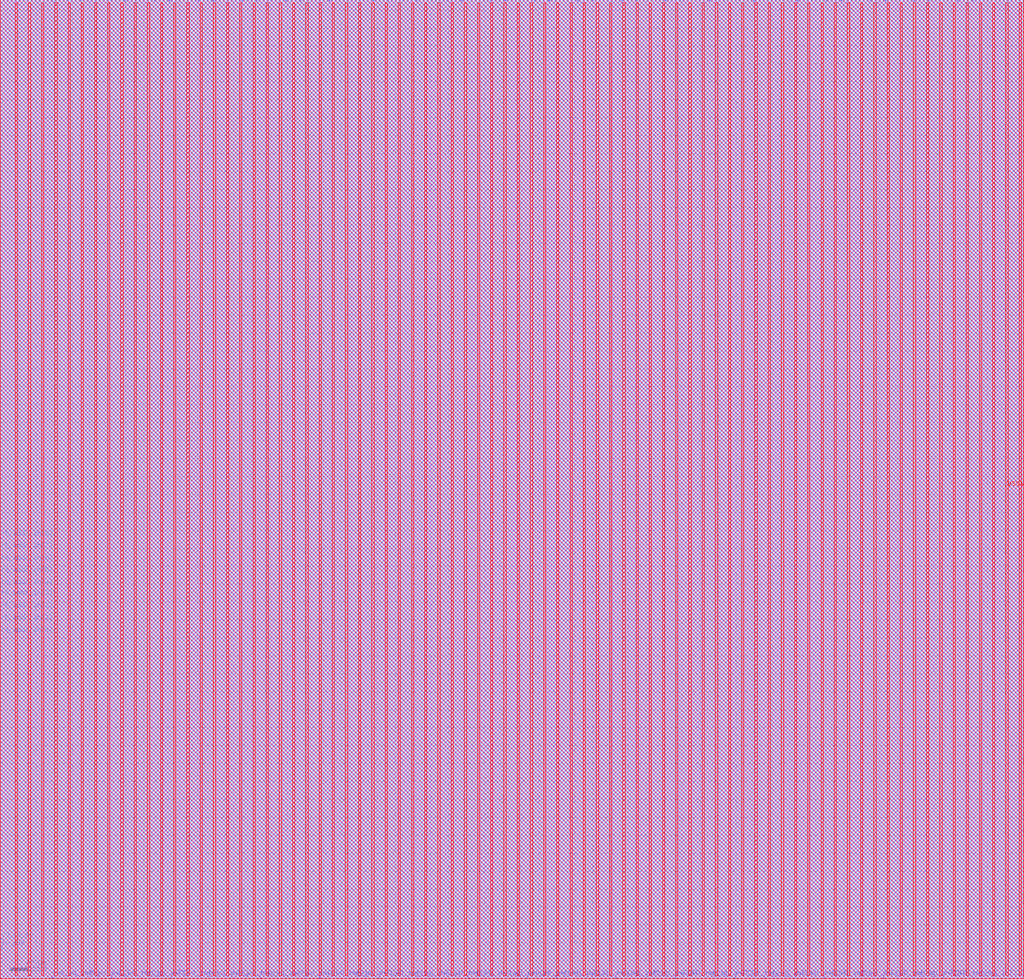
<source format=lef>
# Generated by OpenFakeRAM
VERSION 5.7 ;
BUSBITCHARS "[]" ;
PROPERTYDEFINITIONS
  MACRO width INTEGER ;
  MACRO depth INTEGER ;
  MACRO banks INTEGER ;
END PROPERTYDEFINITIONS
MACRO fakeram_1rw1r_32w384d_sram
  PROPERTY width 32 ;
  PROPERTY depth 384 ;
  PROPERTY banks 1 ;
  FOREIGN fakeram_1rw1r_32w384d_sram 0 0 ;
  SYMMETRY X Y R90 ;
  SIZE 570.400 BY 545.760 ;
  CLASS BLOCK ;
  PIN r0_clk
    DIRECTION INPUT ;
    USE SIGNAL ;
    SHAPE ABUTMENT ;
    PORT
      LAYER met3 ;
      RECT 0.000 16.850 0.800 17.150 ;
    END
  END r0_clk
  PIN r0_ce_in
    DIRECTION INPUT ;
    USE SIGNAL ;
    SHAPE ABUTMENT ;
    PORT
      LAYER met3 ;
      RECT 0.000 21.610 0.800 21.910 ;
    END
  END r0_ce_in
  PIN r0_addr_in[0]
    DIRECTION INPUT ;
    USE SIGNAL ;
    SHAPE ABUTMENT ;
    PORT
      LAYER met3 ;
      RECT 0.000 191.610 0.800 191.910 ;
    END
  END r0_addr_in[0]
  PIN r0_addr_in[1]
    DIRECTION INPUT ;
    USE SIGNAL ;
    SHAPE ABUTMENT ;
    PORT
      LAYER met3 ;
      RECT 0.000 198.410 0.800 198.710 ;
    END
  END r0_addr_in[1]
  PIN r0_addr_in[2]
    DIRECTION INPUT ;
    USE SIGNAL ;
    SHAPE ABUTMENT ;
    PORT
      LAYER met3 ;
      RECT 0.000 205.210 0.800 205.510 ;
    END
  END r0_addr_in[2]
  PIN r0_addr_in[3]
    DIRECTION INPUT ;
    USE SIGNAL ;
    SHAPE ABUTMENT ;
    PORT
      LAYER met3 ;
      RECT 0.000 212.010 0.800 212.310 ;
    END
  END r0_addr_in[3]
  PIN r0_addr_in[4]
    DIRECTION INPUT ;
    USE SIGNAL ;
    SHAPE ABUTMENT ;
    PORT
      LAYER met3 ;
      RECT 0.000 218.130 0.800 218.430 ;
    END
  END r0_addr_in[4]
  PIN r0_addr_in[5]
    DIRECTION INPUT ;
    USE SIGNAL ;
    SHAPE ABUTMENT ;
    PORT
      LAYER met3 ;
      RECT 0.000 224.930 0.800 225.230 ;
    END
  END r0_addr_in[5]
  PIN r0_addr_in[6]
    DIRECTION INPUT ;
    USE SIGNAL ;
    SHAPE ABUTMENT ;
    PORT
      LAYER met3 ;
      RECT 0.000 231.730 0.800 232.030 ;
    END
  END r0_addr_in[6]
  PIN r0_addr_in[7]
    DIRECTION INPUT ;
    USE SIGNAL ;
    SHAPE ABUTMENT ;
    PORT
      LAYER met3 ;
      RECT 0.000 238.530 0.800 238.830 ;
    END
  END r0_addr_in[7]
  PIN r0_addr_in[8]
    DIRECTION INPUT ;
    USE SIGNAL ;
    SHAPE ABUTMENT ;
    PORT
      LAYER met3 ;
      RECT 0.000 245.330 0.800 245.630 ;
    END
  END r0_addr_in[8]
  PIN rw0_rd_out[0]
    DIRECTION OUTPUT ;
    USE SIGNAL ;
    SHAPE ABUTMENT ;
    PORT
      LAYER met2 ;
      RECT 28.830 544.960 29.130 545.760 ;
    END
  END rw0_rd_out[0]
  PIN r0_rd_out[0]
    DIRECTION OUTPUT ;
    USE SIGNAL ;
    SHAPE ABUTMENT ;
    PORT
      LAYER met2 ;
      RECT 37.110 544.960 37.410 545.760 ;
    END
  END r0_rd_out[0]
  PIN rw0_rd_out[1]
    DIRECTION OUTPUT ;
    USE SIGNAL ;
    SHAPE ABUTMENT ;
    PORT
      LAYER met2 ;
      RECT 44.930 544.960 45.230 545.760 ;
    END
  END rw0_rd_out[1]
  PIN r0_rd_out[1]
    DIRECTION OUTPUT ;
    USE SIGNAL ;
    SHAPE ABUTMENT ;
    PORT
      LAYER met2 ;
      RECT 53.210 544.960 53.510 545.760 ;
    END
  END r0_rd_out[1]
  PIN rw0_rd_out[2]
    DIRECTION OUTPUT ;
    USE SIGNAL ;
    SHAPE ABUTMENT ;
    PORT
      LAYER met2 ;
      RECT 61.490 544.960 61.790 545.760 ;
    END
  END rw0_rd_out[2]
  PIN r0_rd_out[2]
    DIRECTION OUTPUT ;
    USE SIGNAL ;
    SHAPE ABUTMENT ;
    PORT
      LAYER met2 ;
      RECT 69.310 544.960 69.610 545.760 ;
    END
  END r0_rd_out[2]
  PIN rw0_rd_out[3]
    DIRECTION OUTPUT ;
    USE SIGNAL ;
    SHAPE ABUTMENT ;
    PORT
      LAYER met2 ;
      RECT 77.590 544.960 77.890 545.760 ;
    END
  END rw0_rd_out[3]
  PIN r0_rd_out[3]
    DIRECTION OUTPUT ;
    USE SIGNAL ;
    SHAPE ABUTMENT ;
    PORT
      LAYER met2 ;
      RECT 85.870 544.960 86.170 545.760 ;
    END
  END r0_rd_out[3]
  PIN rw0_rd_out[4]
    DIRECTION OUTPUT ;
    USE SIGNAL ;
    SHAPE ABUTMENT ;
    PORT
      LAYER met2 ;
      RECT 94.150 544.960 94.450 545.760 ;
    END
  END rw0_rd_out[4]
  PIN r0_rd_out[4]
    DIRECTION OUTPUT ;
    USE SIGNAL ;
    SHAPE ABUTMENT ;
    PORT
      LAYER met2 ;
      RECT 101.970 544.960 102.270 545.760 ;
    END
  END r0_rd_out[4]
  PIN rw0_rd_out[5]
    DIRECTION OUTPUT ;
    USE SIGNAL ;
    SHAPE ABUTMENT ;
    PORT
      LAYER met2 ;
      RECT 110.250 544.960 110.550 545.760 ;
    END
  END rw0_rd_out[5]
  PIN r0_rd_out[5]
    DIRECTION OUTPUT ;
    USE SIGNAL ;
    SHAPE ABUTMENT ;
    PORT
      LAYER met2 ;
      RECT 118.530 544.960 118.830 545.760 ;
    END
  END r0_rd_out[5]
  PIN rw0_rd_out[6]
    DIRECTION OUTPUT ;
    USE SIGNAL ;
    SHAPE ABUTMENT ;
    PORT
      LAYER met2 ;
      RECT 126.350 544.960 126.650 545.760 ;
    END
  END rw0_rd_out[6]
  PIN r0_rd_out[6]
    DIRECTION OUTPUT ;
    USE SIGNAL ;
    SHAPE ABUTMENT ;
    PORT
      LAYER met2 ;
      RECT 134.630 544.960 134.930 545.760 ;
    END
  END r0_rd_out[6]
  PIN rw0_rd_out[7]
    DIRECTION OUTPUT ;
    USE SIGNAL ;
    SHAPE ABUTMENT ;
    PORT
      LAYER met2 ;
      RECT 142.910 544.960 143.210 545.760 ;
    END
  END rw0_rd_out[7]
  PIN r0_rd_out[7]
    DIRECTION OUTPUT ;
    USE SIGNAL ;
    SHAPE ABUTMENT ;
    PORT
      LAYER met2 ;
      RECT 150.730 544.960 151.030 545.760 ;
    END
  END r0_rd_out[7]
  PIN rw0_rd_out[8]
    DIRECTION OUTPUT ;
    USE SIGNAL ;
    SHAPE ABUTMENT ;
    PORT
      LAYER met2 ;
      RECT 159.010 544.960 159.310 545.760 ;
    END
  END rw0_rd_out[8]
  PIN r0_rd_out[8]
    DIRECTION OUTPUT ;
    USE SIGNAL ;
    SHAPE ABUTMENT ;
    PORT
      LAYER met2 ;
      RECT 167.290 544.960 167.590 545.760 ;
    END
  END r0_rd_out[8]
  PIN rw0_rd_out[9]
    DIRECTION OUTPUT ;
    USE SIGNAL ;
    SHAPE ABUTMENT ;
    PORT
      LAYER met2 ;
      RECT 175.570 544.960 175.870 545.760 ;
    END
  END rw0_rd_out[9]
  PIN r0_rd_out[9]
    DIRECTION OUTPUT ;
    USE SIGNAL ;
    SHAPE ABUTMENT ;
    PORT
      LAYER met2 ;
      RECT 183.390 544.960 183.690 545.760 ;
    END
  END r0_rd_out[9]
  PIN rw0_rd_out[10]
    DIRECTION OUTPUT ;
    USE SIGNAL ;
    SHAPE ABUTMENT ;
    PORT
      LAYER met2 ;
      RECT 191.670 544.960 191.970 545.760 ;
    END
  END rw0_rd_out[10]
  PIN r0_rd_out[10]
    DIRECTION OUTPUT ;
    USE SIGNAL ;
    SHAPE ABUTMENT ;
    PORT
      LAYER met2 ;
      RECT 199.950 544.960 200.250 545.760 ;
    END
  END r0_rd_out[10]
  PIN rw0_rd_out[11]
    DIRECTION OUTPUT ;
    USE SIGNAL ;
    SHAPE ABUTMENT ;
    PORT
      LAYER met2 ;
      RECT 207.770 544.960 208.070 545.760 ;
    END
  END rw0_rd_out[11]
  PIN r0_rd_out[11]
    DIRECTION OUTPUT ;
    USE SIGNAL ;
    SHAPE ABUTMENT ;
    PORT
      LAYER met2 ;
      RECT 216.050 544.960 216.350 545.760 ;
    END
  END r0_rd_out[11]
  PIN rw0_rd_out[12]
    DIRECTION OUTPUT ;
    USE SIGNAL ;
    SHAPE ABUTMENT ;
    PORT
      LAYER met2 ;
      RECT 224.330 544.960 224.630 545.760 ;
    END
  END rw0_rd_out[12]
  PIN r0_rd_out[12]
    DIRECTION OUTPUT ;
    USE SIGNAL ;
    SHAPE ABUTMENT ;
    PORT
      LAYER met2 ;
      RECT 232.150 544.960 232.450 545.760 ;
    END
  END r0_rd_out[12]
  PIN rw0_rd_out[13]
    DIRECTION OUTPUT ;
    USE SIGNAL ;
    SHAPE ABUTMENT ;
    PORT
      LAYER met2 ;
      RECT 240.430 544.960 240.730 545.760 ;
    END
  END rw0_rd_out[13]
  PIN r0_rd_out[13]
    DIRECTION OUTPUT ;
    USE SIGNAL ;
    SHAPE ABUTMENT ;
    PORT
      LAYER met2 ;
      RECT 248.710 544.960 249.010 545.760 ;
    END
  END r0_rd_out[13]
  PIN rw0_rd_out[14]
    DIRECTION OUTPUT ;
    USE SIGNAL ;
    SHAPE ABUTMENT ;
    PORT
      LAYER met2 ;
      RECT 256.990 544.960 257.290 545.760 ;
    END
  END rw0_rd_out[14]
  PIN r0_rd_out[14]
    DIRECTION OUTPUT ;
    USE SIGNAL ;
    SHAPE ABUTMENT ;
    PORT
      LAYER met2 ;
      RECT 264.810 544.960 265.110 545.760 ;
    END
  END r0_rd_out[14]
  PIN rw0_rd_out[15]
    DIRECTION OUTPUT ;
    USE SIGNAL ;
    SHAPE ABUTMENT ;
    PORT
      LAYER met2 ;
      RECT 273.090 544.960 273.390 545.760 ;
    END
  END rw0_rd_out[15]
  PIN r0_rd_out[15]
    DIRECTION OUTPUT ;
    USE SIGNAL ;
    SHAPE ABUTMENT ;
    PORT
      LAYER met2 ;
      RECT 281.370 544.960 281.670 545.760 ;
    END
  END r0_rd_out[15]
  PIN rw0_rd_out[16]
    DIRECTION OUTPUT ;
    USE SIGNAL ;
    SHAPE ABUTMENT ;
    PORT
      LAYER met2 ;
      RECT 289.190 544.960 289.490 545.760 ;
    END
  END rw0_rd_out[16]
  PIN r0_rd_out[16]
    DIRECTION OUTPUT ;
    USE SIGNAL ;
    SHAPE ABUTMENT ;
    PORT
      LAYER met2 ;
      RECT 297.470 544.960 297.770 545.760 ;
    END
  END r0_rd_out[16]
  PIN rw0_rd_out[17]
    DIRECTION OUTPUT ;
    USE SIGNAL ;
    SHAPE ABUTMENT ;
    PORT
      LAYER met2 ;
      RECT 305.750 544.960 306.050 545.760 ;
    END
  END rw0_rd_out[17]
  PIN r0_rd_out[17]
    DIRECTION OUTPUT ;
    USE SIGNAL ;
    SHAPE ABUTMENT ;
    PORT
      LAYER met2 ;
      RECT 313.570 544.960 313.870 545.760 ;
    END
  END r0_rd_out[17]
  PIN rw0_rd_out[18]
    DIRECTION OUTPUT ;
    USE SIGNAL ;
    SHAPE ABUTMENT ;
    PORT
      LAYER met2 ;
      RECT 321.850 544.960 322.150 545.760 ;
    END
  END rw0_rd_out[18]
  PIN r0_rd_out[18]
    DIRECTION OUTPUT ;
    USE SIGNAL ;
    SHAPE ABUTMENT ;
    PORT
      LAYER met2 ;
      RECT 330.130 544.960 330.430 545.760 ;
    END
  END r0_rd_out[18]
  PIN rw0_rd_out[19]
    DIRECTION OUTPUT ;
    USE SIGNAL ;
    SHAPE ABUTMENT ;
    PORT
      LAYER met2 ;
      RECT 338.410 544.960 338.710 545.760 ;
    END
  END rw0_rd_out[19]
  PIN r0_rd_out[19]
    DIRECTION OUTPUT ;
    USE SIGNAL ;
    SHAPE ABUTMENT ;
    PORT
      LAYER met2 ;
      RECT 346.230 544.960 346.530 545.760 ;
    END
  END r0_rd_out[19]
  PIN rw0_rd_out[20]
    DIRECTION OUTPUT ;
    USE SIGNAL ;
    SHAPE ABUTMENT ;
    PORT
      LAYER met2 ;
      RECT 354.510 544.960 354.810 545.760 ;
    END
  END rw0_rd_out[20]
  PIN r0_rd_out[20]
    DIRECTION OUTPUT ;
    USE SIGNAL ;
    SHAPE ABUTMENT ;
    PORT
      LAYER met2 ;
      RECT 362.790 544.960 363.090 545.760 ;
    END
  END r0_rd_out[20]
  PIN rw0_rd_out[21]
    DIRECTION OUTPUT ;
    USE SIGNAL ;
    SHAPE ABUTMENT ;
    PORT
      LAYER met2 ;
      RECT 370.610 544.960 370.910 545.760 ;
    END
  END rw0_rd_out[21]
  PIN r0_rd_out[21]
    DIRECTION OUTPUT ;
    USE SIGNAL ;
    SHAPE ABUTMENT ;
    PORT
      LAYER met2 ;
      RECT 378.890 544.960 379.190 545.760 ;
    END
  END r0_rd_out[21]
  PIN rw0_rd_out[22]
    DIRECTION OUTPUT ;
    USE SIGNAL ;
    SHAPE ABUTMENT ;
    PORT
      LAYER met2 ;
      RECT 387.170 544.960 387.470 545.760 ;
    END
  END rw0_rd_out[22]
  PIN r0_rd_out[22]
    DIRECTION OUTPUT ;
    USE SIGNAL ;
    SHAPE ABUTMENT ;
    PORT
      LAYER met2 ;
      RECT 394.990 544.960 395.290 545.760 ;
    END
  END r0_rd_out[22]
  PIN rw0_rd_out[23]
    DIRECTION OUTPUT ;
    USE SIGNAL ;
    SHAPE ABUTMENT ;
    PORT
      LAYER met2 ;
      RECT 403.270 544.960 403.570 545.760 ;
    END
  END rw0_rd_out[23]
  PIN r0_rd_out[23]
    DIRECTION OUTPUT ;
    USE SIGNAL ;
    SHAPE ABUTMENT ;
    PORT
      LAYER met2 ;
      RECT 411.550 544.960 411.850 545.760 ;
    END
  END r0_rd_out[23]
  PIN rw0_rd_out[24]
    DIRECTION OUTPUT ;
    USE SIGNAL ;
    SHAPE ABUTMENT ;
    PORT
      LAYER met2 ;
      RECT 419.830 544.960 420.130 545.760 ;
    END
  END rw0_rd_out[24]
  PIN r0_rd_out[24]
    DIRECTION OUTPUT ;
    USE SIGNAL ;
    SHAPE ABUTMENT ;
    PORT
      LAYER met2 ;
      RECT 427.650 544.960 427.950 545.760 ;
    END
  END r0_rd_out[24]
  PIN rw0_rd_out[25]
    DIRECTION OUTPUT ;
    USE SIGNAL ;
    SHAPE ABUTMENT ;
    PORT
      LAYER met2 ;
      RECT 435.930 544.960 436.230 545.760 ;
    END
  END rw0_rd_out[25]
  PIN r0_rd_out[25]
    DIRECTION OUTPUT ;
    USE SIGNAL ;
    SHAPE ABUTMENT ;
    PORT
      LAYER met2 ;
      RECT 444.210 544.960 444.510 545.760 ;
    END
  END r0_rd_out[25]
  PIN rw0_rd_out[26]
    DIRECTION OUTPUT ;
    USE SIGNAL ;
    SHAPE ABUTMENT ;
    PORT
      LAYER met2 ;
      RECT 452.030 544.960 452.330 545.760 ;
    END
  END rw0_rd_out[26]
  PIN r0_rd_out[26]
    DIRECTION OUTPUT ;
    USE SIGNAL ;
    SHAPE ABUTMENT ;
    PORT
      LAYER met2 ;
      RECT 460.310 544.960 460.610 545.760 ;
    END
  END r0_rd_out[26]
  PIN rw0_rd_out[27]
    DIRECTION OUTPUT ;
    USE SIGNAL ;
    SHAPE ABUTMENT ;
    PORT
      LAYER met2 ;
      RECT 468.590 544.960 468.890 545.760 ;
    END
  END rw0_rd_out[27]
  PIN r0_rd_out[27]
    DIRECTION OUTPUT ;
    USE SIGNAL ;
    SHAPE ABUTMENT ;
    PORT
      LAYER met2 ;
      RECT 476.410 544.960 476.710 545.760 ;
    END
  END r0_rd_out[27]
  PIN rw0_rd_out[28]
    DIRECTION OUTPUT ;
    USE SIGNAL ;
    SHAPE ABUTMENT ;
    PORT
      LAYER met2 ;
      RECT 484.690 544.960 484.990 545.760 ;
    END
  END rw0_rd_out[28]
  PIN r0_rd_out[28]
    DIRECTION OUTPUT ;
    USE SIGNAL ;
    SHAPE ABUTMENT ;
    PORT
      LAYER met2 ;
      RECT 492.970 544.960 493.270 545.760 ;
    END
  END r0_rd_out[28]
  PIN rw0_rd_out[29]
    DIRECTION OUTPUT ;
    USE SIGNAL ;
    SHAPE ABUTMENT ;
    PORT
      LAYER met2 ;
      RECT 501.250 544.960 501.550 545.760 ;
    END
  END rw0_rd_out[29]
  PIN r0_rd_out[29]
    DIRECTION OUTPUT ;
    USE SIGNAL ;
    SHAPE ABUTMENT ;
    PORT
      LAYER met2 ;
      RECT 509.070 544.960 509.370 545.760 ;
    END
  END r0_rd_out[29]
  PIN rw0_rd_out[30]
    DIRECTION OUTPUT ;
    USE SIGNAL ;
    SHAPE ABUTMENT ;
    PORT
      LAYER met2 ;
      RECT 517.350 544.960 517.650 545.760 ;
    END
  END rw0_rd_out[30]
  PIN r0_rd_out[30]
    DIRECTION OUTPUT ;
    USE SIGNAL ;
    SHAPE ABUTMENT ;
    PORT
      LAYER met2 ;
      RECT 525.630 544.960 525.930 545.760 ;
    END
  END r0_rd_out[30]
  PIN rw0_rd_out[31]
    DIRECTION OUTPUT ;
    USE SIGNAL ;
    SHAPE ABUTMENT ;
    PORT
      LAYER met2 ;
      RECT 533.450 544.960 533.750 545.760 ;
    END
  END rw0_rd_out[31]
  PIN r0_rd_out[31]
    DIRECTION OUTPUT ;
    USE SIGNAL ;
    SHAPE ABUTMENT ;
    PORT
      LAYER met2 ;
      RECT 541.730 544.960 542.030 545.760 ;
    END
  END r0_rd_out[31]
  PIN rw0_clk
    DIRECTION INPUT ;
    USE SIGNAL ;
    SHAPE ABUTMENT ;
    PORT
      LAYER met3 ;
      RECT 569.600 491.490 570.400 491.790 ;
    END
  END rw0_clk
  PIN rw0_ce_in
    DIRECTION INPUT ;
    USE SIGNAL ;
    SHAPE ABUTMENT ;
    PORT
      LAYER met3 ;
      RECT 569.600 496.250 570.400 496.550 ;
    END
  END rw0_ce_in
  PIN rw0_we_in
    DIRECTION INPUT ;
    USE SIGNAL ;
    SHAPE ABUTMENT ;
    PORT
      LAYER met3 ;
      RECT 569.600 501.690 570.400 501.990 ;
    END
  END rw0_we_in
  PIN rw0_addr_in[0]
    DIRECTION INPUT ;
    USE SIGNAL ;
    SHAPE ABUTMENT ;
    PORT
      LAYER met3 ;
      RECT 569.600 82.130 570.400 82.430 ;
    END
  END rw0_addr_in[0]
  PIN rw0_addr_in[1]
    DIRECTION INPUT ;
    USE SIGNAL ;
    SHAPE ABUTMENT ;
    PORT
      LAYER met3 ;
      RECT 569.600 88.930 570.400 89.230 ;
    END
  END rw0_addr_in[1]
  PIN rw0_addr_in[2]
    DIRECTION INPUT ;
    USE SIGNAL ;
    SHAPE ABUTMENT ;
    PORT
      LAYER met3 ;
      RECT 569.600 95.730 570.400 96.030 ;
    END
  END rw0_addr_in[2]
  PIN rw0_addr_in[3]
    DIRECTION INPUT ;
    USE SIGNAL ;
    SHAPE ABUTMENT ;
    PORT
      LAYER met3 ;
      RECT 569.600 102.530 570.400 102.830 ;
    END
  END rw0_addr_in[3]
  PIN rw0_addr_in[4]
    DIRECTION INPUT ;
    USE SIGNAL ;
    SHAPE ABUTMENT ;
    PORT
      LAYER met3 ;
      RECT 569.600 108.650 570.400 108.950 ;
    END
  END rw0_addr_in[4]
  PIN rw0_addr_in[5]
    DIRECTION INPUT ;
    USE SIGNAL ;
    SHAPE ABUTMENT ;
    PORT
      LAYER met3 ;
      RECT 569.600 115.450 570.400 115.750 ;
    END
  END rw0_addr_in[5]
  PIN rw0_addr_in[6]
    DIRECTION INPUT ;
    USE SIGNAL ;
    SHAPE ABUTMENT ;
    PORT
      LAYER met3 ;
      RECT 569.600 122.250 570.400 122.550 ;
    END
  END rw0_addr_in[6]
  PIN rw0_addr_in[7]
    DIRECTION INPUT ;
    USE SIGNAL ;
    SHAPE ABUTMENT ;
    PORT
      LAYER met3 ;
      RECT 569.600 129.050 570.400 129.350 ;
    END
  END rw0_addr_in[7]
  PIN rw0_addr_in[8]
    DIRECTION INPUT ;
    USE SIGNAL ;
    SHAPE ABUTMENT ;
    PORT
      LAYER met3 ;
      RECT 569.600 135.850 570.400 136.150 ;
    END
  END rw0_addr_in[8]
  PIN rw0_wd_in[0]
    DIRECTION INPUT ;
    USE SIGNAL ;
    SHAPE ABUTMENT ;
    PORT
      LAYER met2 ;
      RECT 28.830 0.000 29.130 0.800 ;
    END
  END rw0_wd_in[0]
  PIN rw0_wd_in[1]
    DIRECTION INPUT ;
    USE SIGNAL ;
    SHAPE ABUTMENT ;
    PORT
      LAYER met2 ;
      RECT 45.390 0.000 45.690 0.800 ;
    END
  END rw0_wd_in[1]
  PIN rw0_wd_in[2]
    DIRECTION INPUT ;
    USE SIGNAL ;
    SHAPE ABUTMENT ;
    PORT
      LAYER met2 ;
      RECT 61.950 0.000 62.250 0.800 ;
    END
  END rw0_wd_in[2]
  PIN rw0_wd_in[3]
    DIRECTION INPUT ;
    USE SIGNAL ;
    SHAPE ABUTMENT ;
    PORT
      LAYER met2 ;
      RECT 78.510 0.000 78.810 0.800 ;
    END
  END rw0_wd_in[3]
  PIN rw0_wd_in[4]
    DIRECTION INPUT ;
    USE SIGNAL ;
    SHAPE ABUTMENT ;
    PORT
      LAYER met2 ;
      RECT 95.070 0.000 95.370 0.800 ;
    END
  END rw0_wd_in[4]
  PIN rw0_wd_in[5]
    DIRECTION INPUT ;
    USE SIGNAL ;
    SHAPE ABUTMENT ;
    PORT
      LAYER met2 ;
      RECT 111.630 0.000 111.930 0.800 ;
    END
  END rw0_wd_in[5]
  PIN rw0_wd_in[6]
    DIRECTION INPUT ;
    USE SIGNAL ;
    SHAPE ABUTMENT ;
    PORT
      LAYER met2 ;
      RECT 128.190 0.000 128.490 0.800 ;
    END
  END rw0_wd_in[6]
  PIN rw0_wd_in[7]
    DIRECTION INPUT ;
    USE SIGNAL ;
    SHAPE ABUTMENT ;
    PORT
      LAYER met2 ;
      RECT 144.750 0.000 145.050 0.800 ;
    END
  END rw0_wd_in[7]
  PIN rw0_wd_in[8]
    DIRECTION INPUT ;
    USE SIGNAL ;
    SHAPE ABUTMENT ;
    PORT
      LAYER met2 ;
      RECT 161.310 0.000 161.610 0.800 ;
    END
  END rw0_wd_in[8]
  PIN rw0_wd_in[9]
    DIRECTION INPUT ;
    USE SIGNAL ;
    SHAPE ABUTMENT ;
    PORT
      LAYER met2 ;
      RECT 177.870 0.000 178.170 0.800 ;
    END
  END rw0_wd_in[9]
  PIN rw0_wd_in[10]
    DIRECTION INPUT ;
    USE SIGNAL ;
    SHAPE ABUTMENT ;
    PORT
      LAYER met2 ;
      RECT 194.430 0.000 194.730 0.800 ;
    END
  END rw0_wd_in[10]
  PIN rw0_wd_in[11]
    DIRECTION INPUT ;
    USE SIGNAL ;
    SHAPE ABUTMENT ;
    PORT
      LAYER met2 ;
      RECT 210.990 0.000 211.290 0.800 ;
    END
  END rw0_wd_in[11]
  PIN rw0_wd_in[12]
    DIRECTION INPUT ;
    USE SIGNAL ;
    SHAPE ABUTMENT ;
    PORT
      LAYER met2 ;
      RECT 227.550 0.000 227.850 0.800 ;
    END
  END rw0_wd_in[12]
  PIN rw0_wd_in[13]
    DIRECTION INPUT ;
    USE SIGNAL ;
    SHAPE ABUTMENT ;
    PORT
      LAYER met2 ;
      RECT 244.110 0.000 244.410 0.800 ;
    END
  END rw0_wd_in[13]
  PIN rw0_wd_in[14]
    DIRECTION INPUT ;
    USE SIGNAL ;
    SHAPE ABUTMENT ;
    PORT
      LAYER met2 ;
      RECT 260.670 0.000 260.970 0.800 ;
    END
  END rw0_wd_in[14]
  PIN rw0_wd_in[15]
    DIRECTION INPUT ;
    USE SIGNAL ;
    SHAPE ABUTMENT ;
    PORT
      LAYER met2 ;
      RECT 277.230 0.000 277.530 0.800 ;
    END
  END rw0_wd_in[15]
  PIN rw0_wd_in[16]
    DIRECTION INPUT ;
    USE SIGNAL ;
    SHAPE ABUTMENT ;
    PORT
      LAYER met2 ;
      RECT 293.330 0.000 293.630 0.800 ;
    END
  END rw0_wd_in[16]
  PIN rw0_wd_in[17]
    DIRECTION INPUT ;
    USE SIGNAL ;
    SHAPE ABUTMENT ;
    PORT
      LAYER met2 ;
      RECT 309.890 0.000 310.190 0.800 ;
    END
  END rw0_wd_in[17]
  PIN rw0_wd_in[18]
    DIRECTION INPUT ;
    USE SIGNAL ;
    SHAPE ABUTMENT ;
    PORT
      LAYER met2 ;
      RECT 326.450 0.000 326.750 0.800 ;
    END
  END rw0_wd_in[18]
  PIN rw0_wd_in[19]
    DIRECTION INPUT ;
    USE SIGNAL ;
    SHAPE ABUTMENT ;
    PORT
      LAYER met2 ;
      RECT 343.010 0.000 343.310 0.800 ;
    END
  END rw0_wd_in[19]
  PIN rw0_wd_in[20]
    DIRECTION INPUT ;
    USE SIGNAL ;
    SHAPE ABUTMENT ;
    PORT
      LAYER met2 ;
      RECT 359.570 0.000 359.870 0.800 ;
    END
  END rw0_wd_in[20]
  PIN rw0_wd_in[21]
    DIRECTION INPUT ;
    USE SIGNAL ;
    SHAPE ABUTMENT ;
    PORT
      LAYER met2 ;
      RECT 376.130 0.000 376.430 0.800 ;
    END
  END rw0_wd_in[21]
  PIN rw0_wd_in[22]
    DIRECTION INPUT ;
    USE SIGNAL ;
    SHAPE ABUTMENT ;
    PORT
      LAYER met2 ;
      RECT 392.690 0.000 392.990 0.800 ;
    END
  END rw0_wd_in[22]
  PIN rw0_wd_in[23]
    DIRECTION INPUT ;
    USE SIGNAL ;
    SHAPE ABUTMENT ;
    PORT
      LAYER met2 ;
      RECT 409.250 0.000 409.550 0.800 ;
    END
  END rw0_wd_in[23]
  PIN rw0_wd_in[24]
    DIRECTION INPUT ;
    USE SIGNAL ;
    SHAPE ABUTMENT ;
    PORT
      LAYER met2 ;
      RECT 425.810 0.000 426.110 0.800 ;
    END
  END rw0_wd_in[24]
  PIN rw0_wd_in[25]
    DIRECTION INPUT ;
    USE SIGNAL ;
    SHAPE ABUTMENT ;
    PORT
      LAYER met2 ;
      RECT 442.370 0.000 442.670 0.800 ;
    END
  END rw0_wd_in[25]
  PIN rw0_wd_in[26]
    DIRECTION INPUT ;
    USE SIGNAL ;
    SHAPE ABUTMENT ;
    PORT
      LAYER met2 ;
      RECT 458.930 0.000 459.230 0.800 ;
    END
  END rw0_wd_in[26]
  PIN rw0_wd_in[27]
    DIRECTION INPUT ;
    USE SIGNAL ;
    SHAPE ABUTMENT ;
    PORT
      LAYER met2 ;
      RECT 475.490 0.000 475.790 0.800 ;
    END
  END rw0_wd_in[27]
  PIN rw0_wd_in[28]
    DIRECTION INPUT ;
    USE SIGNAL ;
    SHAPE ABUTMENT ;
    PORT
      LAYER met2 ;
      RECT 492.050 0.000 492.350 0.800 ;
    END
  END rw0_wd_in[28]
  PIN rw0_wd_in[29]
    DIRECTION INPUT ;
    USE SIGNAL ;
    SHAPE ABUTMENT ;
    PORT
      LAYER met2 ;
      RECT 508.610 0.000 508.910 0.800 ;
    END
  END rw0_wd_in[29]
  PIN rw0_wd_in[30]
    DIRECTION INPUT ;
    USE SIGNAL ;
    SHAPE ABUTMENT ;
    PORT
      LAYER met2 ;
      RECT 525.170 0.000 525.470 0.800 ;
    END
  END rw0_wd_in[30]
  PIN rw0_wd_in[31]
    DIRECTION INPUT ;
    USE SIGNAL ;
    SHAPE ABUTMENT ;
    PORT
      LAYER met2 ;
      RECT 541.730 0.000 542.030 0.800 ;
    END
  END rw0_wd_in[31]
  PIN VSS
    DIRECTION INOUT ;
    USE GROUND ;
    PORT
      LAYER met4 ;
      RECT 15.720 1.600 16.920 544.160 ;
      RECT 30.440 1.600 31.640 544.160 ;
      RECT 45.160 1.600 46.360 544.160 ;
      RECT 59.880 1.600 61.080 544.160 ;
      RECT 74.600 1.600 75.800 544.160 ;
      RECT 89.320 1.600 90.520 544.160 ;
      RECT 104.040 1.600 105.240 544.160 ;
      RECT 118.760 1.600 119.960 544.160 ;
      RECT 133.480 1.600 134.680 544.160 ;
      RECT 148.200 1.600 149.400 544.160 ;
      RECT 162.920 1.600 164.120 544.160 ;
      RECT 177.640 1.600 178.840 544.160 ;
      RECT 192.360 1.600 193.560 544.160 ;
      RECT 207.080 1.600 208.280 544.160 ;
      RECT 221.800 1.600 223.000 544.160 ;
      RECT 236.520 1.600 237.720 544.160 ;
      RECT 251.240 1.600 252.440 544.160 ;
      RECT 265.960 1.600 267.160 544.160 ;
      RECT 280.680 1.600 281.880 544.160 ;
      RECT 295.400 1.600 296.600 544.160 ;
      RECT 310.120 1.600 311.320 544.160 ;
      RECT 324.840 1.600 326.040 544.160 ;
      RECT 339.560 1.600 340.760 544.160 ;
      RECT 354.280 1.600 355.480 544.160 ;
      RECT 369.000 1.600 370.200 544.160 ;
      RECT 383.720 1.600 384.920 544.160 ;
      RECT 398.440 1.600 399.640 544.160 ;
      RECT 413.160 1.600 414.360 544.160 ;
      RECT 427.880 1.600 429.080 544.160 ;
      RECT 442.600 1.600 443.800 544.160 ;
      RECT 457.320 1.600 458.520 544.160 ;
      RECT 472.040 1.600 473.240 544.160 ;
      RECT 486.760 1.600 487.960 544.160 ;
      RECT 501.480 1.600 502.680 544.160 ;
      RECT 516.200 1.600 517.400 544.160 ;
      RECT 530.920 1.600 532.120 544.160 ;
      RECT 545.640 1.600 546.840 544.160 ;
      RECT 560.360 1.600 561.560 544.160 ;
    END
  END VSS
  PIN VDD
    DIRECTION INOUT ;
    USE POWER ;
    PORT
      LAYER met4 ;
      RECT 8.360 1.600 9.560 544.160 ;
      RECT 23.080 1.600 24.280 544.160 ;
      RECT 37.800 1.600 39.000 544.160 ;
      RECT 52.520 1.600 53.720 544.160 ;
      RECT 67.240 1.600 68.440 544.160 ;
      RECT 81.960 1.600 83.160 544.160 ;
      RECT 96.680 1.600 97.880 544.160 ;
      RECT 111.400 1.600 112.600 544.160 ;
      RECT 126.120 1.600 127.320 544.160 ;
      RECT 140.840 1.600 142.040 544.160 ;
      RECT 155.560 1.600 156.760 544.160 ;
      RECT 170.280 1.600 171.480 544.160 ;
      RECT 185.000 1.600 186.200 544.160 ;
      RECT 199.720 1.600 200.920 544.160 ;
      RECT 214.440 1.600 215.640 544.160 ;
      RECT 229.160 1.600 230.360 544.160 ;
      RECT 243.880 1.600 245.080 544.160 ;
      RECT 258.600 1.600 259.800 544.160 ;
      RECT 273.320 1.600 274.520 544.160 ;
      RECT 288.040 1.600 289.240 544.160 ;
      RECT 302.760 1.600 303.960 544.160 ;
      RECT 317.480 1.600 318.680 544.160 ;
      RECT 332.200 1.600 333.400 544.160 ;
      RECT 346.920 1.600 348.120 544.160 ;
      RECT 361.640 1.600 362.840 544.160 ;
      RECT 376.360 1.600 377.560 544.160 ;
      RECT 391.080 1.600 392.280 544.160 ;
      RECT 405.800 1.600 407.000 544.160 ;
      RECT 420.520 1.600 421.720 544.160 ;
      RECT 435.240 1.600 436.440 544.160 ;
      RECT 449.960 1.600 451.160 544.160 ;
      RECT 464.680 1.600 465.880 544.160 ;
      RECT 479.400 1.600 480.600 544.160 ;
      RECT 494.120 1.600 495.320 544.160 ;
      RECT 508.840 1.600 510.040 544.160 ;
      RECT 523.560 1.600 524.760 544.160 ;
      RECT 538.280 1.600 539.480 544.160 ;
      RECT 553.000 1.600 554.200 544.160 ;
      RECT 567.720 1.600 568.920 544.160 ;
    END
  END VDD
  OBS
    LAYER met1 ;
    RECT 0 0 570.400 545.760 ;
    LAYER met2 ;
    RECT 0 0 570.400 545.760 ;
    LAYER met3 ;
    RECT 0 0 570.400 545.760 ;
    LAYER met4 ;
    RECT 0 0 570.400 545.760 ;
    LAYER OVERLAP ;
    RECT 0 0 570.400 545.760 ;
  END
END fakeram_1rw1r_32w384d_sram

END LIBRARY

</source>
